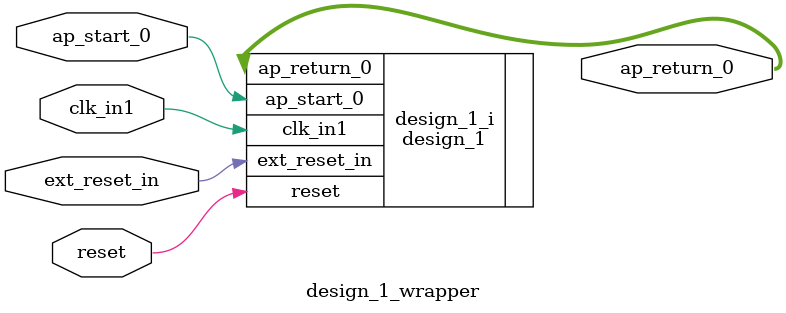
<source format=v>
`timescale 1 ps / 1 ps

module design_1_wrapper
   (ap_return_0,
    ap_start_0,
    clk_in1,
    ext_reset_in,
    reset);
  output [31:0]ap_return_0;
  input ap_start_0;
  input clk_in1;
  input ext_reset_in;
  input reset;

  wire [31:0]ap_return_0;
  wire ap_start_0;
  wire clk_in1;
  wire ext_reset_in;
  wire reset;

  design_1 design_1_i
       (.ap_return_0(ap_return_0),
        .ap_start_0(ap_start_0),
        .clk_in1(clk_in1),
        .ext_reset_in(ext_reset_in),
        .reset(reset));
endmodule

</source>
